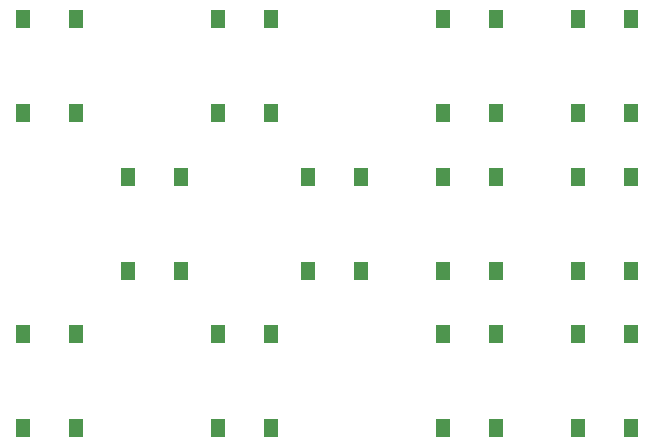
<source format=gbr>
%TF.GenerationSoftware,KiCad,Pcbnew,(6.0.6-0)*%
%TF.CreationDate,2022-12-31T16:02:41+01:00*%
%TF.ProjectId,rc5_remote,7263355f-7265-46d6-9f74-652e6b696361,rev?*%
%TF.SameCoordinates,Original*%
%TF.FileFunction,Paste,Bot*%
%TF.FilePolarity,Positive*%
%FSLAX46Y46*%
G04 Gerber Fmt 4.6, Leading zero omitted, Abs format (unit mm)*
G04 Created by KiCad (PCBNEW (6.0.6-0)) date 2022-12-31 16:02:41*
%MOMM*%
%LPD*%
G01*
G04 APERTURE LIST*
%ADD10R,1.300000X1.550000*%
G04 APERTURE END LIST*
D10*
%TO.C,SW11*%
X155230000Y-88100000D03*
X155230000Y-96050000D03*
X159730000Y-88100000D03*
X159730000Y-96050000D03*
%TD*%
%TO.C,SW10*%
X155230000Y-61430000D03*
X155230000Y-69380000D03*
X159730000Y-61430000D03*
X159730000Y-69380000D03*
%TD*%
%TO.C,SW7*%
X148300000Y-88100000D03*
X148300000Y-96050000D03*
X143800000Y-88100000D03*
X143800000Y-96050000D03*
%TD*%
%TO.C,SW5*%
X108240000Y-88100000D03*
X108240000Y-96050000D03*
X112740000Y-96050000D03*
X112740000Y-88100000D03*
%TD*%
%TO.C,SW8*%
X143800000Y-82715000D03*
X143800000Y-74765000D03*
X148300000Y-82715000D03*
X148300000Y-74765000D03*
%TD*%
%TO.C,SW2*%
X108240000Y-61430000D03*
X108240000Y-69380000D03*
X112740000Y-61430000D03*
X112740000Y-69380000D03*
%TD*%
%TO.C,SW4*%
X124750000Y-96050000D03*
X124750000Y-88100000D03*
X129250000Y-96050000D03*
X129250000Y-88100000D03*
%TD*%
%TO.C,SW3*%
X117130000Y-74765000D03*
X117130000Y-82715000D03*
X121630000Y-74765000D03*
X121630000Y-82715000D03*
%TD*%
%TO.C,SW12*%
X155230000Y-74765000D03*
X155230000Y-82715000D03*
X159730000Y-74765000D03*
X159730000Y-82715000D03*
%TD*%
%TO.C,SW1*%
X124750000Y-69380000D03*
X124750000Y-61430000D03*
X129250000Y-69380000D03*
X129250000Y-61430000D03*
%TD*%
%TO.C,SW9*%
X143800000Y-61430000D03*
X143800000Y-69380000D03*
X148300000Y-61430000D03*
X148300000Y-69380000D03*
%TD*%
%TO.C,SW6*%
X132370000Y-82715000D03*
X132370000Y-74765000D03*
X136870000Y-74765000D03*
X136870000Y-82715000D03*
%TD*%
M02*

</source>
